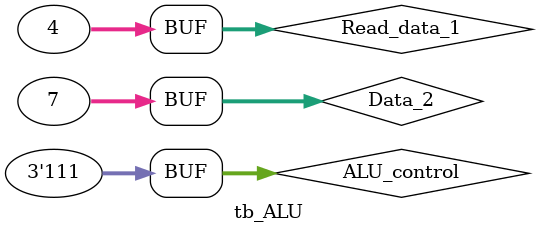
<source format=v>
module alu(Read_data_1,Data_2,ALU_control,Result,Zero_flag); 

input [31:0] Read_data_1;
input [31:0] Data_2;
input [2:0] ALU_control;
output [31:0] Result;
output Zero_flag;

reg [31:0] Result_reg;
//assign Result = Result_reg;
assign Zero_flag = (Result==0)?1:0;

assign Result = (ALU_control == 0) ? (Read_data_1&Data_2) : (ALU_control == 1) ? (Read_data_1|Data_2) :
		(ALU_control == 2) ? (Read_data_1+Data_2) : (ALU_control == 6) ? (Read_data_1-Data_2) :
		(ALU_control == 7) ? ((Read_data_1>Data_2)?0:1) : 0;
/*
always
begin
case (ALU_control)
	0: Result_reg <= Read_data_1&Data_2;
	1: Result_reg <= Read_data_1|Data_2;
	2: Result_reg <= Read_data_1+Data_2;
	6: Result_reg <= Read_data_1-Data_2;
	7: Result_reg <= (Read_data_1>Data_2)?0:1; 
endcase
end 
*/
endmodule 


module tb_ALU();
//Inputs
 reg[31:0] Read_data_1,Data_2;
 reg[2:0] ALU_control;

//Outputs
 wire[31:0] Result;
 wire Zero_flag;

alu ALU1(Read_data_1,Data_2,ALU_control,Result,Zero_flag);

initial
begin 

$display("Data1   .   Data2   .  ALUControl   .   Result   .   Zero_flag");
$monitor("%d   .   %d   .   %d   .    %d   .	%d",Read_data_1,Data_2,ALU_control,Result,Zero_flag);

#2
//000 AND 001
Read_data_1 = 0;
Data_2 = 1;
ALU_control = 0;

#30
//000 OR 101
Read_data_1 = 3'b000;
Data_2 = 3'b101;
ALU_control = 1;

#30
//011 + 100
Read_data_1 = 3'b011;
Data_2 = 3'b100;
ALU_control = 2;

#30
//111 - 100
Read_data_1 = 3'b111;
Data_2 = 3'b100;
ALU_control = 6;

#30
//100 < 111
Read_data_1 = 3'b100;
Data_2 = 3'b111;
ALU_control = 7;

end 
endmodule 
</source>
